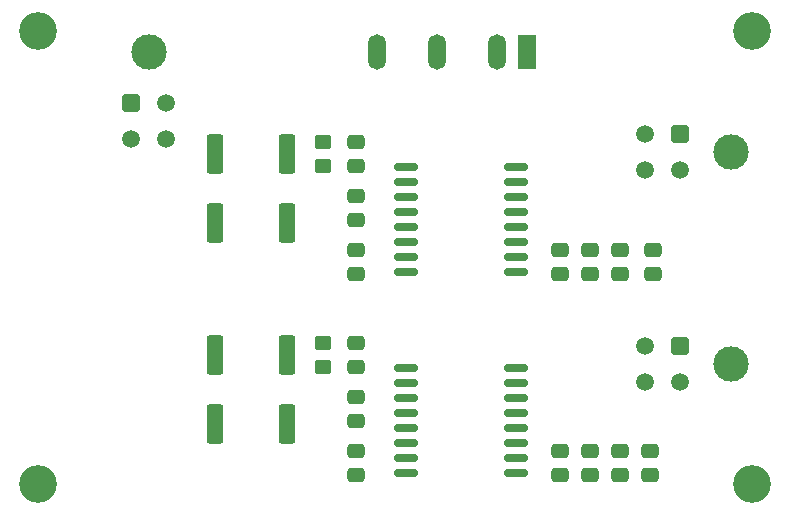
<source format=gbr>
%TF.GenerationSoftware,KiCad,Pcbnew,(6.0.1)*%
%TF.CreationDate,2022-08-15T16:30:33+03:00*%
%TF.ProjectId,Measure,4d656173-7572-4652-9e6b-696361645f70,rev?*%
%TF.SameCoordinates,Original*%
%TF.FileFunction,Soldermask,Top*%
%TF.FilePolarity,Negative*%
%FSLAX46Y46*%
G04 Gerber Fmt 4.6, Leading zero omitted, Abs format (unit mm)*
G04 Created by KiCad (PCBNEW (6.0.1)) date 2022-08-15 16:30:33*
%MOMM*%
%LPD*%
G01*
G04 APERTURE LIST*
G04 Aperture macros list*
%AMRoundRect*
0 Rectangle with rounded corners*
0 $1 Rounding radius*
0 $2 $3 $4 $5 $6 $7 $8 $9 X,Y pos of 4 corners*
0 Add a 4 corners polygon primitive as box body*
4,1,4,$2,$3,$4,$5,$6,$7,$8,$9,$2,$3,0*
0 Add four circle primitives for the rounded corners*
1,1,$1+$1,$2,$3*
1,1,$1+$1,$4,$5*
1,1,$1+$1,$6,$7*
1,1,$1+$1,$8,$9*
0 Add four rect primitives between the rounded corners*
20,1,$1+$1,$2,$3,$4,$5,0*
20,1,$1+$1,$4,$5,$6,$7,0*
20,1,$1+$1,$6,$7,$8,$9,0*
20,1,$1+$1,$8,$9,$2,$3,0*%
G04 Aperture macros list end*
%ADD10RoundRect,0.249999X-0.450001X-1.425001X0.450001X-1.425001X0.450001X1.425001X-0.450001X1.425001X0*%
%ADD11C,3.200000*%
%ADD12RoundRect,0.250000X0.450000X-0.350000X0.450000X0.350000X-0.450000X0.350000X-0.450000X-0.350000X0*%
%ADD13RoundRect,0.249999X0.450001X1.425001X-0.450001X1.425001X-0.450001X-1.425001X0.450001X-1.425001X0*%
%ADD14C,3.000000*%
%ADD15RoundRect,0.250001X-0.499999X0.499999X-0.499999X-0.499999X0.499999X-0.499999X0.499999X0.499999X0*%
%ADD16C,1.500000*%
%ADD17RoundRect,0.150000X-0.875000X-0.150000X0.875000X-0.150000X0.875000X0.150000X-0.875000X0.150000X0*%
%ADD18RoundRect,0.250000X-0.475000X0.337500X-0.475000X-0.337500X0.475000X-0.337500X0.475000X0.337500X0*%
%ADD19RoundRect,0.250000X0.475000X-0.337500X0.475000X0.337500X-0.475000X0.337500X-0.475000X-0.337500X0*%
%ADD20R,1.500000X3.000000*%
%ADD21O,1.500000X3.000000*%
%ADD22RoundRect,0.250001X-0.499999X-0.499999X0.499999X-0.499999X0.499999X0.499999X-0.499999X0.499999X0*%
G04 APERTURE END LIST*
D10*
%TO.C,R1*%
X141222000Y-92456000D03*
X147322000Y-92456000D03*
%TD*%
D11*
%TO.C,H3*%
X126238000Y-103378000D03*
%TD*%
D12*
%TO.C,R8*%
X150368000Y-76438000D03*
X150368000Y-74438000D03*
%TD*%
D13*
%TO.C,R7*%
X147322000Y-81280000D03*
X141222000Y-81280000D03*
%TD*%
D14*
%TO.C,J3*%
X184960000Y-75286000D03*
D15*
X180640000Y-73786000D03*
D16*
X180640000Y-76786000D03*
X177640000Y-73786000D03*
X177640000Y-76786000D03*
%TD*%
D17*
%TO.C,D3*%
X157402000Y-93599000D03*
X157402000Y-94869000D03*
X157402000Y-96139000D03*
X157402000Y-97409000D03*
X157402000Y-98679000D03*
X157402000Y-99949000D03*
X157402000Y-101219000D03*
X157402000Y-102489000D03*
X166702000Y-102489000D03*
X166702000Y-101219000D03*
X166702000Y-99949000D03*
X166702000Y-98679000D03*
X166702000Y-97409000D03*
X166702000Y-96139000D03*
X166702000Y-94869000D03*
X166702000Y-93599000D03*
%TD*%
D18*
%TO.C,C14*%
X153162000Y-74400500D03*
X153162000Y-76475500D03*
%TD*%
D19*
%TO.C,C17*%
X170434000Y-85619500D03*
X170434000Y-83544500D03*
%TD*%
D18*
%TO.C,C4*%
X153162000Y-91418500D03*
X153162000Y-93493500D03*
%TD*%
D13*
%TO.C,R2*%
X147322000Y-98298000D03*
X141222000Y-98298000D03*
%TD*%
D20*
%TO.C,U1*%
X167666500Y-66842000D03*
D21*
X165126500Y-66842000D03*
X160046500Y-66842000D03*
X154966500Y-66842000D03*
%TD*%
D11*
%TO.C,H1*%
X126238000Y-65024000D03*
%TD*%
D14*
%TO.C,J2*%
X184960000Y-93218000D03*
D15*
X180640000Y-91718000D03*
D16*
X180640000Y-94718000D03*
X177640000Y-91718000D03*
X177640000Y-94718000D03*
%TD*%
D18*
%TO.C,C15*%
X153162000Y-78972500D03*
X153162000Y-81047500D03*
%TD*%
%TO.C,C22*%
X178308000Y-83544500D03*
X178308000Y-85619500D03*
%TD*%
D11*
%TO.C,H4*%
X186690000Y-103378000D03*
%TD*%
%TO.C,H2*%
X186690000Y-65024000D03*
%TD*%
D10*
%TO.C,R6*%
X141222000Y-75438000D03*
X147322000Y-75438000D03*
%TD*%
D19*
%TO.C,C8*%
X170434000Y-102637500D03*
X170434000Y-100562500D03*
%TD*%
D17*
%TO.C,D5*%
X157402000Y-76581000D03*
X157402000Y-77851000D03*
X157402000Y-79121000D03*
X157402000Y-80391000D03*
X157402000Y-81661000D03*
X157402000Y-82931000D03*
X157402000Y-84201000D03*
X157402000Y-85471000D03*
X166702000Y-85471000D03*
X166702000Y-84201000D03*
X166702000Y-82931000D03*
X166702000Y-81661000D03*
X166702000Y-80391000D03*
X166702000Y-79121000D03*
X166702000Y-77851000D03*
X166702000Y-76581000D03*
%TD*%
D18*
%TO.C,C12*%
X172974000Y-100562500D03*
X172974000Y-102637500D03*
%TD*%
%TO.C,C9*%
X175514000Y-100584000D03*
X175514000Y-102659000D03*
%TD*%
%TO.C,C6*%
X153162000Y-100562500D03*
X153162000Y-102637500D03*
%TD*%
%TO.C,C5*%
X153162000Y-95990500D03*
X153162000Y-98065500D03*
%TD*%
%TO.C,C11*%
X178054000Y-100562500D03*
X178054000Y-102637500D03*
%TD*%
D12*
%TO.C,R3*%
X150368000Y-93456000D03*
X150368000Y-91456000D03*
%TD*%
D18*
%TO.C,C18*%
X175514000Y-83544500D03*
X175514000Y-85619500D03*
%TD*%
D14*
%TO.C,J1*%
X135636000Y-66845000D03*
D22*
X134136000Y-71165000D03*
D16*
X137136000Y-71165000D03*
X134136000Y-74165000D03*
X137136000Y-74165000D03*
%TD*%
D18*
%TO.C,C23*%
X172974000Y-83544500D03*
X172974000Y-85619500D03*
%TD*%
%TO.C,C16*%
X153162000Y-83544500D03*
X153162000Y-85619500D03*
%TD*%
M02*

</source>
